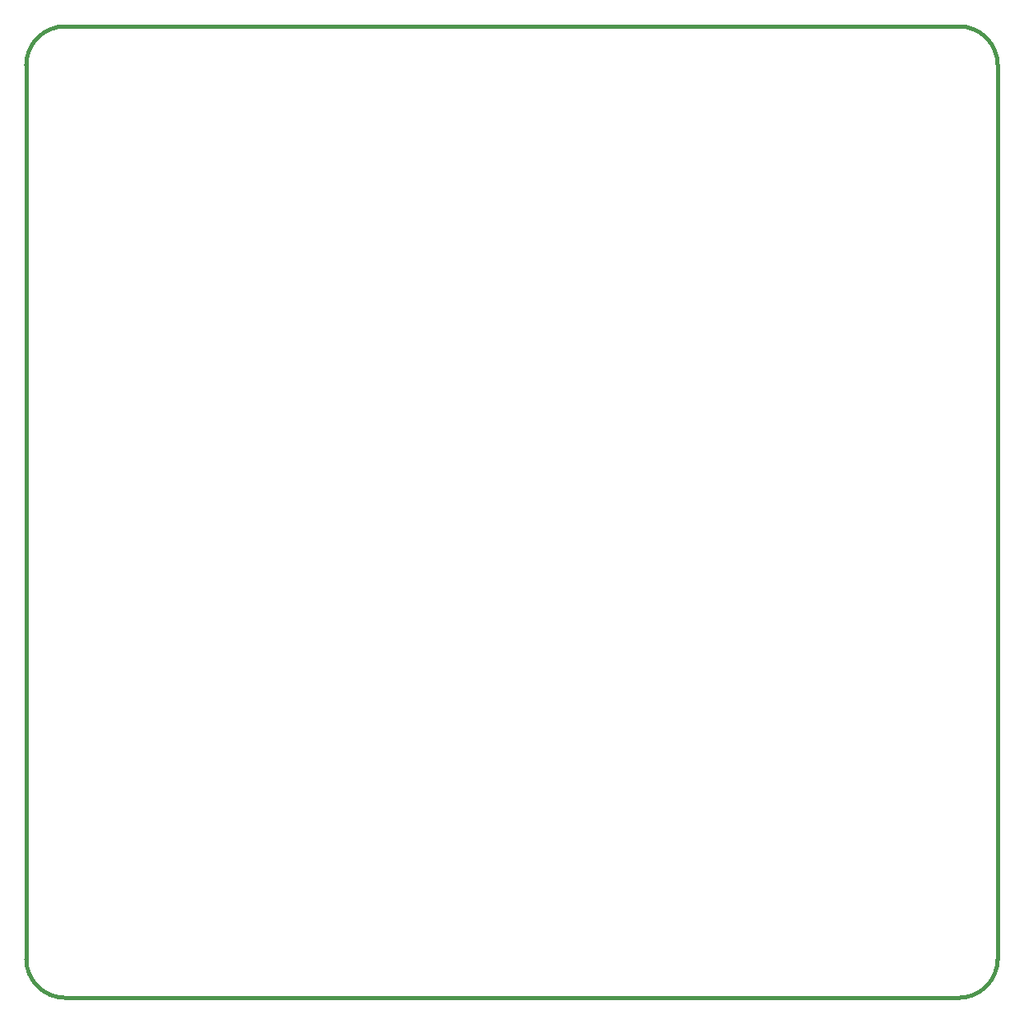
<source format=gbr>
G04 (created by PCBNEW (2013-05-09 BZR 4147)-testing) date 20/07/2013 09:35:41*
%MOIN*%
G04 Gerber Fmt 3.4, Leading zero omitted, Abs format*
%FSLAX34Y34*%
G01*
G70*
G90*
G04 APERTURE LIST*
%ADD10C,0.005906*%
%ADD11C,0.015000*%
G04 APERTURE END LIST*
G54D10*
G54D11*
X33071Y-17323D02*
G75*
G03X31496Y-18898I0J-1575D01*
G74*
G01*
X70866Y-18898D02*
G75*
G03X69291Y-17323I-1575J0D01*
G74*
G01*
X33071Y-17323D02*
X69291Y-17323D01*
X69291Y-56693D02*
G75*
G03X70866Y-55118I0J1575D01*
G74*
G01*
X70866Y-18898D02*
X70866Y-55118D01*
X31496Y-55118D02*
G75*
G03X33071Y-56693I1575J0D01*
G74*
G01*
X31496Y-55118D02*
X31496Y-18898D01*
X69291Y-56693D02*
X33071Y-56693D01*
M02*

</source>
